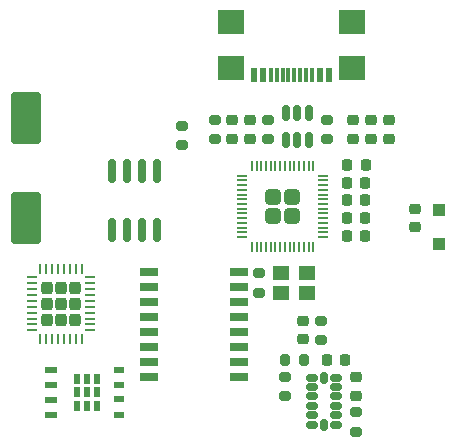
<source format=gbr>
%TF.GenerationSoftware,KiCad,Pcbnew,(6.0.7)*%
%TF.CreationDate,2022-09-21T11:21:43+02:00*%
%TF.ProjectId,CANpaca-EB-schematics,43414e70-6163-4612-9d45-422d73636865,rev?*%
%TF.SameCoordinates,Original*%
%TF.FileFunction,Paste,Top*%
%TF.FilePolarity,Positive*%
%FSLAX46Y46*%
G04 Gerber Fmt 4.6, Leading zero omitted, Abs format (unit mm)*
G04 Created by KiCad (PCBNEW (6.0.7)) date 2022-09-21 11:21:43*
%MOMM*%
%LPD*%
G01*
G04 APERTURE LIST*
G04 Aperture macros list*
%AMRoundRect*
0 Rectangle with rounded corners*
0 $1 Rounding radius*
0 $2 $3 $4 $5 $6 $7 $8 $9 X,Y pos of 4 corners*
0 Add a 4 corners polygon primitive as box body*
4,1,4,$2,$3,$4,$5,$6,$7,$8,$9,$2,$3,0*
0 Add four circle primitives for the rounded corners*
1,1,$1+$1,$2,$3*
1,1,$1+$1,$4,$5*
1,1,$1+$1,$6,$7*
1,1,$1+$1,$8,$9*
0 Add four rect primitives between the rounded corners*
20,1,$1+$1,$2,$3,$4,$5,0*
20,1,$1+$1,$4,$5,$6,$7,0*
20,1,$1+$1,$6,$7,$8,$9,0*
20,1,$1+$1,$8,$9,$2,$3,0*%
G04 Aperture macros list end*
%ADD10RoundRect,0.249999X-0.395001X-0.395001X0.395001X-0.395001X0.395001X0.395001X-0.395001X0.395001X0*%
%ADD11RoundRect,0.050000X-0.387500X-0.050000X0.387500X-0.050000X0.387500X0.050000X-0.387500X0.050000X0*%
%ADD12RoundRect,0.050000X-0.050000X-0.387500X0.050000X-0.387500X0.050000X0.387500X-0.050000X0.387500X0*%
%ADD13RoundRect,0.225000X0.225000X0.250000X-0.225000X0.250000X-0.225000X-0.250000X0.225000X-0.250000X0*%
%ADD14RoundRect,0.150000X0.325000X0.150000X-0.325000X0.150000X-0.325000X-0.150000X0.325000X-0.150000X0*%
%ADD15RoundRect,0.150000X0.150000X0.325000X-0.150000X0.325000X-0.150000X-0.325000X0.150000X-0.325000X0*%
%ADD16RoundRect,0.200000X0.275000X-0.200000X0.275000X0.200000X-0.275000X0.200000X-0.275000X-0.200000X0*%
%ADD17RoundRect,0.225000X-0.250000X0.225000X-0.250000X-0.225000X0.250000X-0.225000X0.250000X0.225000X0*%
%ADD18R,1.600000X0.760000*%
%ADD19R,1.100000X1.100000*%
%ADD20RoundRect,0.250000X-1.000000X1.950000X-1.000000X-1.950000X1.000000X-1.950000X1.000000X1.950000X0*%
%ADD21RoundRect,0.200000X-0.275000X0.200000X-0.275000X-0.200000X0.275000X-0.200000X0.275000X0.200000X0*%
%ADD22RoundRect,0.225000X0.250000X-0.225000X0.250000X0.225000X-0.250000X0.225000X-0.250000X-0.225000X0*%
%ADD23R,0.600000X1.150000*%
%ADD24R,0.300000X1.150000*%
%ADD25R,2.180000X2.000000*%
%ADD26RoundRect,0.150000X0.150000X-0.825000X0.150000X0.825000X-0.150000X0.825000X-0.150000X-0.825000X0*%
%ADD27RoundRect,0.150000X-0.150000X0.512500X-0.150000X-0.512500X0.150000X-0.512500X0.150000X0.512500X0*%
%ADD28R,1.400000X1.200000*%
%ADD29RoundRect,0.218750X0.218750X0.256250X-0.218750X0.256250X-0.218750X-0.256250X0.218750X-0.256250X0*%
%ADD30R,0.600000X0.900000*%
%ADD31R,0.900000X0.600000*%
%ADD32R,1.050000X0.600000*%
%ADD33RoundRect,0.242500X0.242500X0.307500X-0.242500X0.307500X-0.242500X-0.307500X0.242500X-0.307500X0*%
%ADD34RoundRect,0.062500X0.362500X0.062500X-0.362500X0.062500X-0.362500X-0.062500X0.362500X-0.062500X0*%
%ADD35RoundRect,0.062500X0.062500X0.362500X-0.062500X0.362500X-0.062500X-0.362500X0.062500X-0.362500X0*%
%ADD36RoundRect,0.225000X-0.225000X-0.250000X0.225000X-0.250000X0.225000X0.250000X-0.225000X0.250000X0*%
%ADD37RoundRect,0.200000X0.200000X0.275000X-0.200000X0.275000X-0.200000X-0.275000X0.200000X-0.275000X0*%
G04 APERTURE END LIST*
D10*
%TO.C,U10*%
X101800000Y-51800000D03*
X101800000Y-50200000D03*
X100200000Y-51800000D03*
X100200000Y-50200000D03*
D11*
X97562500Y-48400000D03*
X97562500Y-48800000D03*
X97562500Y-49200000D03*
X97562500Y-49600000D03*
X97562500Y-50000000D03*
X97562500Y-50400000D03*
X97562500Y-50800000D03*
X97562500Y-51200000D03*
X97562500Y-51600000D03*
X97562500Y-52000000D03*
X97562500Y-52400000D03*
X97562500Y-52800000D03*
X97562500Y-53200000D03*
X97562500Y-53600000D03*
D12*
X98400000Y-54437500D03*
X98800000Y-54437500D03*
X99200000Y-54437500D03*
X99600000Y-54437500D03*
X100000000Y-54437500D03*
X100400000Y-54437500D03*
X100800000Y-54437500D03*
X101200000Y-54437500D03*
X101600000Y-54437500D03*
X102000000Y-54437500D03*
X102400000Y-54437500D03*
X102800000Y-54437500D03*
X103200000Y-54437500D03*
X103600000Y-54437500D03*
D11*
X104437500Y-53600000D03*
X104437500Y-53200000D03*
X104437500Y-52800000D03*
X104437500Y-52400000D03*
X104437500Y-52000000D03*
X104437500Y-51600000D03*
X104437500Y-51200000D03*
X104437500Y-50800000D03*
X104437500Y-50400000D03*
X104437500Y-50000000D03*
X104437500Y-49600000D03*
X104437500Y-49200000D03*
X104437500Y-48800000D03*
X104437500Y-48400000D03*
D12*
X103600000Y-47562500D03*
X103200000Y-47562500D03*
X102800000Y-47562500D03*
X102400000Y-47562500D03*
X102000000Y-47562500D03*
X101600000Y-47562500D03*
X101200000Y-47562500D03*
X100800000Y-47562500D03*
X100400000Y-47562500D03*
X100000000Y-47562500D03*
X99600000Y-47562500D03*
X99200000Y-47562500D03*
X98800000Y-47562500D03*
X98400000Y-47562500D03*
%TD*%
D13*
%TO.C,C39*%
X108025000Y-50500000D03*
X106475000Y-50500000D03*
%TD*%
D14*
%TO.C,U11*%
X105500000Y-69500000D03*
X105500000Y-68700000D03*
X105500000Y-67900000D03*
X105500000Y-67100000D03*
X105500000Y-66300000D03*
X105500000Y-65500000D03*
D15*
X104500000Y-65500000D03*
D14*
X103500000Y-65500000D03*
X103500000Y-66300000D03*
X103500000Y-67100000D03*
X103500000Y-67900000D03*
X103500000Y-68700000D03*
X103500000Y-69500000D03*
D15*
X104500000Y-69500000D03*
%TD*%
D16*
%TO.C,R34*%
X101250000Y-67075000D03*
X101250000Y-65425000D03*
%TD*%
D17*
%TO.C,C35*%
X107000000Y-43725000D03*
X107000000Y-45275000D03*
%TD*%
D18*
%TO.C,SW1*%
X89690000Y-56555000D03*
X89690000Y-57825000D03*
X89690000Y-59095000D03*
X89690000Y-60365000D03*
X89690000Y-61635000D03*
X89690000Y-62905000D03*
X89690000Y-64175000D03*
X89690000Y-65445000D03*
X97310000Y-65445000D03*
X97310000Y-64175000D03*
X97310000Y-62905000D03*
X97310000Y-61635000D03*
X97310000Y-60365000D03*
X97310000Y-59095000D03*
X97310000Y-57825000D03*
X97310000Y-56555000D03*
%TD*%
D16*
%TO.C,R28*%
X99000000Y-58325000D03*
X99000000Y-56675000D03*
%TD*%
D19*
%TO.C,D5*%
X114250000Y-51350000D03*
X114250000Y-54150000D03*
%TD*%
D17*
%TO.C,C36*%
X108500000Y-43725000D03*
X108500000Y-45275000D03*
%TD*%
D20*
%TO.C,C12*%
X79250000Y-43550000D03*
X79250000Y-51950000D03*
%TD*%
D16*
%TO.C,R32*%
X107250000Y-70075000D03*
X107250000Y-68425000D03*
%TD*%
D21*
%TO.C,R16*%
X95250000Y-43675000D03*
X95250000Y-45325000D03*
%TD*%
D13*
%TO.C,C40*%
X108025000Y-52000000D03*
X106475000Y-52000000D03*
%TD*%
D21*
%TO.C,R29*%
X104250000Y-60675000D03*
X104250000Y-62325000D03*
%TD*%
D22*
%TO.C,C29*%
X98250000Y-45275000D03*
X98250000Y-43725000D03*
%TD*%
D23*
%TO.C,J9*%
X104950000Y-39887500D03*
X104150000Y-39887500D03*
D24*
X103000000Y-39887500D03*
X102000000Y-39887500D03*
X101500000Y-39887500D03*
X100500000Y-39887500D03*
D23*
X98550000Y-39887500D03*
X99350000Y-39887500D03*
D24*
X100000000Y-39887500D03*
X101000000Y-39887500D03*
X102500000Y-39887500D03*
X103500000Y-39887500D03*
D25*
X106860000Y-39312500D03*
X96640000Y-39312500D03*
X106860000Y-35382500D03*
X96640000Y-35382500D03*
%TD*%
D26*
%TO.C,U1*%
X86595000Y-52975000D03*
X87865000Y-52975000D03*
X89135000Y-52975000D03*
X90405000Y-52975000D03*
X90405000Y-48025000D03*
X89135000Y-48025000D03*
X87865000Y-48025000D03*
X86595000Y-48025000D03*
%TD*%
D13*
%TO.C,C38*%
X108025000Y-49000000D03*
X106475000Y-49000000D03*
%TD*%
D27*
%TO.C,U7*%
X103200000Y-43112500D03*
X102250000Y-43112500D03*
X101300000Y-43112500D03*
X101300000Y-45387500D03*
X102250000Y-45387500D03*
X103200000Y-45387500D03*
%TD*%
D28*
%TO.C,Y1*%
X103100000Y-56650000D03*
X100900000Y-56650000D03*
X100900000Y-58350000D03*
X103100000Y-58350000D03*
%TD*%
D22*
%TO.C,C51*%
X102750000Y-62275000D03*
X102750000Y-60725000D03*
%TD*%
D17*
%TO.C,C37*%
X110000000Y-43725000D03*
X110000000Y-45275000D03*
%TD*%
D29*
%TO.C,L4*%
X108037500Y-47500000D03*
X106462500Y-47500000D03*
%TD*%
D22*
%TO.C,C20*%
X112250000Y-52775000D03*
X112250000Y-51225000D03*
%TD*%
D17*
%TO.C,C53*%
X107250000Y-65475000D03*
X107250000Y-67025000D03*
%TD*%
D13*
%TO.C,C41*%
X108025000Y-53500000D03*
X106475000Y-53500000D03*
%TD*%
D16*
%TO.C,R3*%
X92500000Y-45825000D03*
X92500000Y-44175000D03*
%TD*%
D30*
%TO.C,Q3*%
X84435000Y-65600000D03*
X84435000Y-66750000D03*
D31*
X87135000Y-66150000D03*
D30*
X83585000Y-65600000D03*
D31*
X87135000Y-68630000D03*
D30*
X84435000Y-67900000D03*
D31*
X87135000Y-64870000D03*
D30*
X83585000Y-67900000D03*
X85285000Y-65600000D03*
X85285000Y-66750000D03*
X83585000Y-66750000D03*
X85285000Y-67900000D03*
D31*
X87135000Y-67350000D03*
D32*
X81415000Y-64840000D03*
X81415000Y-66110000D03*
X81415000Y-67390000D03*
X81415000Y-68660000D03*
%TD*%
D33*
%TO.C,U3*%
X81050000Y-59250000D03*
X82250000Y-59250000D03*
X82250000Y-57880000D03*
X83450000Y-60620000D03*
X81050000Y-60620000D03*
X83450000Y-57880000D03*
X83450000Y-59250000D03*
X82250000Y-60620000D03*
X81050000Y-57880000D03*
D34*
X84700000Y-61500000D03*
X84700000Y-61000000D03*
X84700000Y-60500000D03*
X84700000Y-60000000D03*
X84700000Y-59500000D03*
X84700000Y-59000000D03*
X84700000Y-58500000D03*
X84700000Y-58000000D03*
X84700000Y-57500000D03*
X84700000Y-57000000D03*
D35*
X84000000Y-56300000D03*
X83500000Y-56300000D03*
X83000000Y-56300000D03*
X82500000Y-56300000D03*
X82000000Y-56300000D03*
X81500000Y-56300000D03*
X81000000Y-56300000D03*
X80500000Y-56300000D03*
D34*
X79800000Y-57000000D03*
X79800000Y-57500000D03*
X79800000Y-58000000D03*
X79800000Y-58500000D03*
X79800000Y-59000000D03*
X79800000Y-59500000D03*
X79800000Y-60000000D03*
X79800000Y-60500000D03*
X79800000Y-61000000D03*
X79800000Y-61500000D03*
D35*
X80500000Y-62200000D03*
X81000000Y-62200000D03*
X81500000Y-62200000D03*
X82000000Y-62200000D03*
X82500000Y-62200000D03*
X83000000Y-62200000D03*
X83500000Y-62200000D03*
X84000000Y-62200000D03*
%TD*%
D21*
%TO.C,R23*%
X99750000Y-43675000D03*
X99750000Y-45325000D03*
%TD*%
D36*
%TO.C,C54*%
X104725000Y-64000000D03*
X106275000Y-64000000D03*
%TD*%
D37*
%TO.C,R35*%
X102825000Y-64000000D03*
X101175000Y-64000000D03*
%TD*%
D17*
%TO.C,C27*%
X96750000Y-43725000D03*
X96750000Y-45275000D03*
%TD*%
D16*
%TO.C,R18*%
X104750000Y-45325000D03*
X104750000Y-43675000D03*
%TD*%
M02*

</source>
